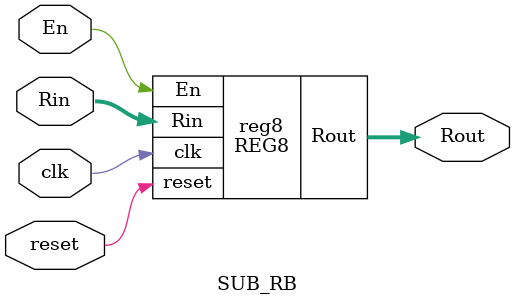
<source format=v>
`timescale 1ns / 1ps


module REG8(
    input wire clk, reset, En,
    input wire [7:0] Rin,
    output reg [7:0] Rout
    );
    always @(posedge clk, posedge reset) begin
        if (reset) Rout <= 0;
        else if (En) Rout <= Rin;
    end
endmodule


module SUB_RB(
    input wire clk, reset, En,
    input wire [7:0] Rin,
    output wire [7:0] Rout
    );
    REG8 reg8(
        .clk(clk), .reset(reset), .En(En),
        .Rin(Rin), .Rout(Rout)
    );
endmodule

</source>
